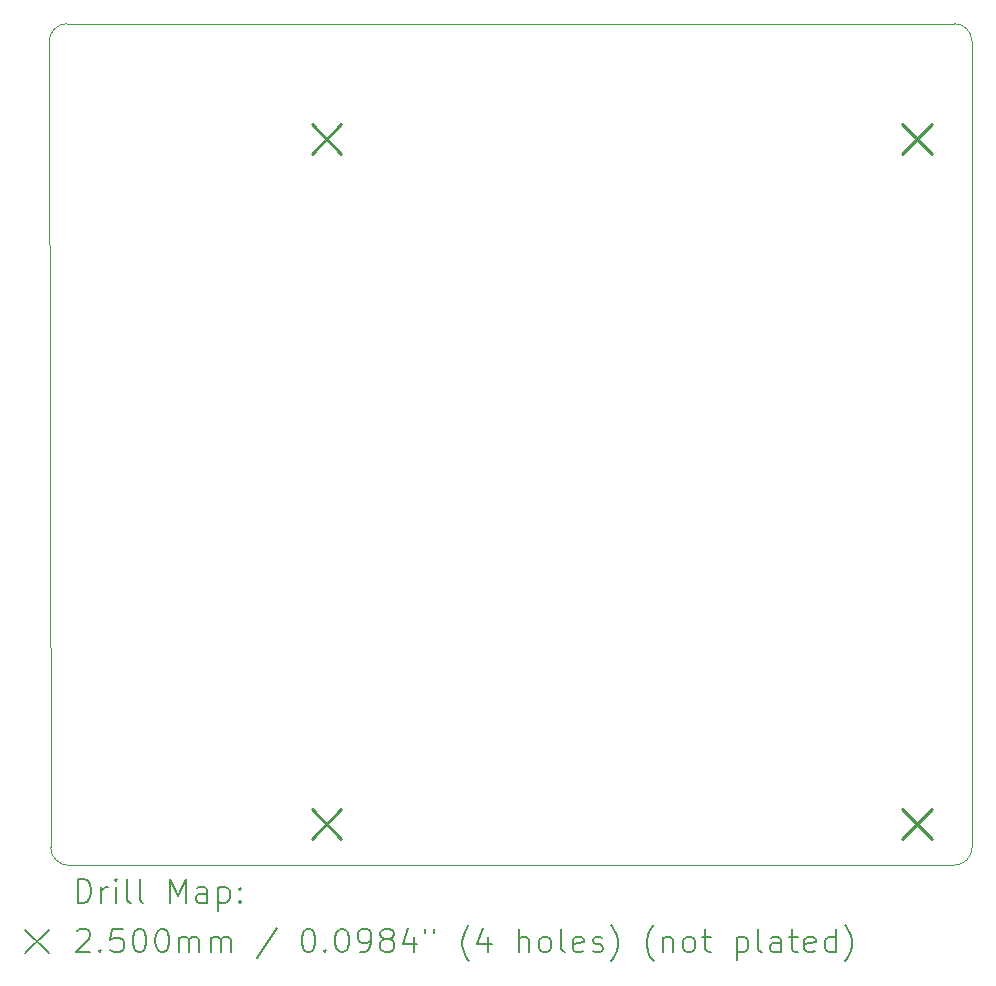
<source format=gbr>
%TF.GenerationSoftware,KiCad,Pcbnew,7.0.2-0*%
%TF.CreationDate,2024-03-04T15:55:25-05:00*%
%TF.ProjectId,Pi_HAT_V5_Simple,50695f48-4154-45f5-9635-5f53696d706c,rev?*%
%TF.SameCoordinates,Original*%
%TF.FileFunction,Drillmap*%
%TF.FilePolarity,Positive*%
%FSLAX45Y45*%
G04 Gerber Fmt 4.5, Leading zero omitted, Abs format (unit mm)*
G04 Created by KiCad (PCBNEW 7.0.2-0) date 2024-03-04 15:55:25*
%MOMM*%
%LPD*%
G01*
G04 APERTURE LIST*
%ADD10C,0.100000*%
%ADD11C,0.200000*%
%ADD12C,0.250000*%
G04 APERTURE END LIST*
D10*
X8051186Y-6475113D02*
X15562739Y-6473750D01*
X8051186Y-6475113D02*
G75*
G03*
X7900053Y-6626250I4J-151137D01*
G01*
X7913987Y-13450000D02*
X7900053Y-6626250D01*
X15564173Y-13598933D02*
G75*
G03*
X15714173Y-13448934I-3J150003D01*
G01*
X15712739Y-6623750D02*
X15714173Y-13448934D01*
X7913990Y-13450000D02*
G75*
G03*
X8063987Y-13600000I150000J0D01*
G01*
X15712740Y-6623750D02*
G75*
G03*
X15562739Y-6473750I-150000J0D01*
G01*
X15564173Y-13598934D02*
X8063987Y-13600000D01*
D11*
D12*
X10125000Y-7325000D02*
X10375000Y-7575000D01*
X10375000Y-7325000D02*
X10125000Y-7575000D01*
X10125000Y-13125000D02*
X10375000Y-13375000D01*
X10375000Y-13125000D02*
X10125000Y-13375000D01*
X15125000Y-7325000D02*
X15375000Y-7575000D01*
X15375000Y-7325000D02*
X15125000Y-7575000D01*
X15125000Y-13125000D02*
X15375000Y-13375000D01*
X15375000Y-13125000D02*
X15125000Y-13375000D01*
D11*
X8142672Y-13917524D02*
X8142672Y-13717524D01*
X8142672Y-13717524D02*
X8190291Y-13717524D01*
X8190291Y-13717524D02*
X8218862Y-13727048D01*
X8218862Y-13727048D02*
X8237910Y-13746095D01*
X8237910Y-13746095D02*
X8247434Y-13765143D01*
X8247434Y-13765143D02*
X8256958Y-13803238D01*
X8256958Y-13803238D02*
X8256958Y-13831809D01*
X8256958Y-13831809D02*
X8247434Y-13869905D01*
X8247434Y-13869905D02*
X8237910Y-13888952D01*
X8237910Y-13888952D02*
X8218862Y-13908000D01*
X8218862Y-13908000D02*
X8190291Y-13917524D01*
X8190291Y-13917524D02*
X8142672Y-13917524D01*
X8342672Y-13917524D02*
X8342672Y-13784190D01*
X8342672Y-13822286D02*
X8352196Y-13803238D01*
X8352196Y-13803238D02*
X8361720Y-13793714D01*
X8361720Y-13793714D02*
X8380767Y-13784190D01*
X8380767Y-13784190D02*
X8399815Y-13784190D01*
X8466482Y-13917524D02*
X8466482Y-13784190D01*
X8466482Y-13717524D02*
X8456958Y-13727048D01*
X8456958Y-13727048D02*
X8466482Y-13736571D01*
X8466482Y-13736571D02*
X8476005Y-13727048D01*
X8476005Y-13727048D02*
X8466482Y-13717524D01*
X8466482Y-13717524D02*
X8466482Y-13736571D01*
X8590291Y-13917524D02*
X8571243Y-13908000D01*
X8571243Y-13908000D02*
X8561720Y-13888952D01*
X8561720Y-13888952D02*
X8561720Y-13717524D01*
X8695053Y-13917524D02*
X8676005Y-13908000D01*
X8676005Y-13908000D02*
X8666482Y-13888952D01*
X8666482Y-13888952D02*
X8666482Y-13717524D01*
X8923624Y-13917524D02*
X8923624Y-13717524D01*
X8923624Y-13717524D02*
X8990291Y-13860381D01*
X8990291Y-13860381D02*
X9056958Y-13717524D01*
X9056958Y-13717524D02*
X9056958Y-13917524D01*
X9237910Y-13917524D02*
X9237910Y-13812762D01*
X9237910Y-13812762D02*
X9228386Y-13793714D01*
X9228386Y-13793714D02*
X9209339Y-13784190D01*
X9209339Y-13784190D02*
X9171243Y-13784190D01*
X9171243Y-13784190D02*
X9152196Y-13793714D01*
X9237910Y-13908000D02*
X9218863Y-13917524D01*
X9218863Y-13917524D02*
X9171243Y-13917524D01*
X9171243Y-13917524D02*
X9152196Y-13908000D01*
X9152196Y-13908000D02*
X9142672Y-13888952D01*
X9142672Y-13888952D02*
X9142672Y-13869905D01*
X9142672Y-13869905D02*
X9152196Y-13850857D01*
X9152196Y-13850857D02*
X9171243Y-13841333D01*
X9171243Y-13841333D02*
X9218863Y-13841333D01*
X9218863Y-13841333D02*
X9237910Y-13831809D01*
X9333148Y-13784190D02*
X9333148Y-13984190D01*
X9333148Y-13793714D02*
X9352196Y-13784190D01*
X9352196Y-13784190D02*
X9390291Y-13784190D01*
X9390291Y-13784190D02*
X9409339Y-13793714D01*
X9409339Y-13793714D02*
X9418863Y-13803238D01*
X9418863Y-13803238D02*
X9428386Y-13822286D01*
X9428386Y-13822286D02*
X9428386Y-13879428D01*
X9428386Y-13879428D02*
X9418863Y-13898476D01*
X9418863Y-13898476D02*
X9409339Y-13908000D01*
X9409339Y-13908000D02*
X9390291Y-13917524D01*
X9390291Y-13917524D02*
X9352196Y-13917524D01*
X9352196Y-13917524D02*
X9333148Y-13908000D01*
X9514101Y-13898476D02*
X9523624Y-13908000D01*
X9523624Y-13908000D02*
X9514101Y-13917524D01*
X9514101Y-13917524D02*
X9504577Y-13908000D01*
X9504577Y-13908000D02*
X9514101Y-13898476D01*
X9514101Y-13898476D02*
X9514101Y-13917524D01*
X9514101Y-13793714D02*
X9523624Y-13803238D01*
X9523624Y-13803238D02*
X9514101Y-13812762D01*
X9514101Y-13812762D02*
X9504577Y-13803238D01*
X9504577Y-13803238D02*
X9514101Y-13793714D01*
X9514101Y-13793714D02*
X9514101Y-13812762D01*
X7695053Y-14145000D02*
X7895053Y-14345000D01*
X7895053Y-14145000D02*
X7695053Y-14345000D01*
X8133148Y-14156571D02*
X8142672Y-14147048D01*
X8142672Y-14147048D02*
X8161720Y-14137524D01*
X8161720Y-14137524D02*
X8209339Y-14137524D01*
X8209339Y-14137524D02*
X8228386Y-14147048D01*
X8228386Y-14147048D02*
X8237910Y-14156571D01*
X8237910Y-14156571D02*
X8247434Y-14175619D01*
X8247434Y-14175619D02*
X8247434Y-14194667D01*
X8247434Y-14194667D02*
X8237910Y-14223238D01*
X8237910Y-14223238D02*
X8123624Y-14337524D01*
X8123624Y-14337524D02*
X8247434Y-14337524D01*
X8333148Y-14318476D02*
X8342672Y-14328000D01*
X8342672Y-14328000D02*
X8333148Y-14337524D01*
X8333148Y-14337524D02*
X8323624Y-14328000D01*
X8323624Y-14328000D02*
X8333148Y-14318476D01*
X8333148Y-14318476D02*
X8333148Y-14337524D01*
X8523624Y-14137524D02*
X8428386Y-14137524D01*
X8428386Y-14137524D02*
X8418863Y-14232762D01*
X8418863Y-14232762D02*
X8428386Y-14223238D01*
X8428386Y-14223238D02*
X8447434Y-14213714D01*
X8447434Y-14213714D02*
X8495053Y-14213714D01*
X8495053Y-14213714D02*
X8514101Y-14223238D01*
X8514101Y-14223238D02*
X8523624Y-14232762D01*
X8523624Y-14232762D02*
X8533148Y-14251809D01*
X8533148Y-14251809D02*
X8533148Y-14299428D01*
X8533148Y-14299428D02*
X8523624Y-14318476D01*
X8523624Y-14318476D02*
X8514101Y-14328000D01*
X8514101Y-14328000D02*
X8495053Y-14337524D01*
X8495053Y-14337524D02*
X8447434Y-14337524D01*
X8447434Y-14337524D02*
X8428386Y-14328000D01*
X8428386Y-14328000D02*
X8418863Y-14318476D01*
X8656958Y-14137524D02*
X8676005Y-14137524D01*
X8676005Y-14137524D02*
X8695053Y-14147048D01*
X8695053Y-14147048D02*
X8704577Y-14156571D01*
X8704577Y-14156571D02*
X8714101Y-14175619D01*
X8714101Y-14175619D02*
X8723624Y-14213714D01*
X8723624Y-14213714D02*
X8723624Y-14261333D01*
X8723624Y-14261333D02*
X8714101Y-14299428D01*
X8714101Y-14299428D02*
X8704577Y-14318476D01*
X8704577Y-14318476D02*
X8695053Y-14328000D01*
X8695053Y-14328000D02*
X8676005Y-14337524D01*
X8676005Y-14337524D02*
X8656958Y-14337524D01*
X8656958Y-14337524D02*
X8637910Y-14328000D01*
X8637910Y-14328000D02*
X8628386Y-14318476D01*
X8628386Y-14318476D02*
X8618863Y-14299428D01*
X8618863Y-14299428D02*
X8609339Y-14261333D01*
X8609339Y-14261333D02*
X8609339Y-14213714D01*
X8609339Y-14213714D02*
X8618863Y-14175619D01*
X8618863Y-14175619D02*
X8628386Y-14156571D01*
X8628386Y-14156571D02*
X8637910Y-14147048D01*
X8637910Y-14147048D02*
X8656958Y-14137524D01*
X8847434Y-14137524D02*
X8866482Y-14137524D01*
X8866482Y-14137524D02*
X8885529Y-14147048D01*
X8885529Y-14147048D02*
X8895053Y-14156571D01*
X8895053Y-14156571D02*
X8904577Y-14175619D01*
X8904577Y-14175619D02*
X8914101Y-14213714D01*
X8914101Y-14213714D02*
X8914101Y-14261333D01*
X8914101Y-14261333D02*
X8904577Y-14299428D01*
X8904577Y-14299428D02*
X8895053Y-14318476D01*
X8895053Y-14318476D02*
X8885529Y-14328000D01*
X8885529Y-14328000D02*
X8866482Y-14337524D01*
X8866482Y-14337524D02*
X8847434Y-14337524D01*
X8847434Y-14337524D02*
X8828386Y-14328000D01*
X8828386Y-14328000D02*
X8818863Y-14318476D01*
X8818863Y-14318476D02*
X8809339Y-14299428D01*
X8809339Y-14299428D02*
X8799815Y-14261333D01*
X8799815Y-14261333D02*
X8799815Y-14213714D01*
X8799815Y-14213714D02*
X8809339Y-14175619D01*
X8809339Y-14175619D02*
X8818863Y-14156571D01*
X8818863Y-14156571D02*
X8828386Y-14147048D01*
X8828386Y-14147048D02*
X8847434Y-14137524D01*
X8999815Y-14337524D02*
X8999815Y-14204190D01*
X8999815Y-14223238D02*
X9009339Y-14213714D01*
X9009339Y-14213714D02*
X9028386Y-14204190D01*
X9028386Y-14204190D02*
X9056958Y-14204190D01*
X9056958Y-14204190D02*
X9076005Y-14213714D01*
X9076005Y-14213714D02*
X9085529Y-14232762D01*
X9085529Y-14232762D02*
X9085529Y-14337524D01*
X9085529Y-14232762D02*
X9095053Y-14213714D01*
X9095053Y-14213714D02*
X9114101Y-14204190D01*
X9114101Y-14204190D02*
X9142672Y-14204190D01*
X9142672Y-14204190D02*
X9161720Y-14213714D01*
X9161720Y-14213714D02*
X9171244Y-14232762D01*
X9171244Y-14232762D02*
X9171244Y-14337524D01*
X9266482Y-14337524D02*
X9266482Y-14204190D01*
X9266482Y-14223238D02*
X9276005Y-14213714D01*
X9276005Y-14213714D02*
X9295053Y-14204190D01*
X9295053Y-14204190D02*
X9323625Y-14204190D01*
X9323625Y-14204190D02*
X9342672Y-14213714D01*
X9342672Y-14213714D02*
X9352196Y-14232762D01*
X9352196Y-14232762D02*
X9352196Y-14337524D01*
X9352196Y-14232762D02*
X9361720Y-14213714D01*
X9361720Y-14213714D02*
X9380767Y-14204190D01*
X9380767Y-14204190D02*
X9409339Y-14204190D01*
X9409339Y-14204190D02*
X9428386Y-14213714D01*
X9428386Y-14213714D02*
X9437910Y-14232762D01*
X9437910Y-14232762D02*
X9437910Y-14337524D01*
X9828386Y-14128000D02*
X9656958Y-14385143D01*
X10085529Y-14137524D02*
X10104577Y-14137524D01*
X10104577Y-14137524D02*
X10123625Y-14147048D01*
X10123625Y-14147048D02*
X10133148Y-14156571D01*
X10133148Y-14156571D02*
X10142672Y-14175619D01*
X10142672Y-14175619D02*
X10152196Y-14213714D01*
X10152196Y-14213714D02*
X10152196Y-14261333D01*
X10152196Y-14261333D02*
X10142672Y-14299428D01*
X10142672Y-14299428D02*
X10133148Y-14318476D01*
X10133148Y-14318476D02*
X10123625Y-14328000D01*
X10123625Y-14328000D02*
X10104577Y-14337524D01*
X10104577Y-14337524D02*
X10085529Y-14337524D01*
X10085529Y-14337524D02*
X10066482Y-14328000D01*
X10066482Y-14328000D02*
X10056958Y-14318476D01*
X10056958Y-14318476D02*
X10047434Y-14299428D01*
X10047434Y-14299428D02*
X10037910Y-14261333D01*
X10037910Y-14261333D02*
X10037910Y-14213714D01*
X10037910Y-14213714D02*
X10047434Y-14175619D01*
X10047434Y-14175619D02*
X10056958Y-14156571D01*
X10056958Y-14156571D02*
X10066482Y-14147048D01*
X10066482Y-14147048D02*
X10085529Y-14137524D01*
X10237910Y-14318476D02*
X10247434Y-14328000D01*
X10247434Y-14328000D02*
X10237910Y-14337524D01*
X10237910Y-14337524D02*
X10228387Y-14328000D01*
X10228387Y-14328000D02*
X10237910Y-14318476D01*
X10237910Y-14318476D02*
X10237910Y-14337524D01*
X10371244Y-14137524D02*
X10390291Y-14137524D01*
X10390291Y-14137524D02*
X10409339Y-14147048D01*
X10409339Y-14147048D02*
X10418863Y-14156571D01*
X10418863Y-14156571D02*
X10428387Y-14175619D01*
X10428387Y-14175619D02*
X10437910Y-14213714D01*
X10437910Y-14213714D02*
X10437910Y-14261333D01*
X10437910Y-14261333D02*
X10428387Y-14299428D01*
X10428387Y-14299428D02*
X10418863Y-14318476D01*
X10418863Y-14318476D02*
X10409339Y-14328000D01*
X10409339Y-14328000D02*
X10390291Y-14337524D01*
X10390291Y-14337524D02*
X10371244Y-14337524D01*
X10371244Y-14337524D02*
X10352196Y-14328000D01*
X10352196Y-14328000D02*
X10342672Y-14318476D01*
X10342672Y-14318476D02*
X10333148Y-14299428D01*
X10333148Y-14299428D02*
X10323625Y-14261333D01*
X10323625Y-14261333D02*
X10323625Y-14213714D01*
X10323625Y-14213714D02*
X10333148Y-14175619D01*
X10333148Y-14175619D02*
X10342672Y-14156571D01*
X10342672Y-14156571D02*
X10352196Y-14147048D01*
X10352196Y-14147048D02*
X10371244Y-14137524D01*
X10533148Y-14337524D02*
X10571244Y-14337524D01*
X10571244Y-14337524D02*
X10590291Y-14328000D01*
X10590291Y-14328000D02*
X10599815Y-14318476D01*
X10599815Y-14318476D02*
X10618863Y-14289905D01*
X10618863Y-14289905D02*
X10628387Y-14251809D01*
X10628387Y-14251809D02*
X10628387Y-14175619D01*
X10628387Y-14175619D02*
X10618863Y-14156571D01*
X10618863Y-14156571D02*
X10609339Y-14147048D01*
X10609339Y-14147048D02*
X10590291Y-14137524D01*
X10590291Y-14137524D02*
X10552196Y-14137524D01*
X10552196Y-14137524D02*
X10533148Y-14147048D01*
X10533148Y-14147048D02*
X10523625Y-14156571D01*
X10523625Y-14156571D02*
X10514101Y-14175619D01*
X10514101Y-14175619D02*
X10514101Y-14223238D01*
X10514101Y-14223238D02*
X10523625Y-14242286D01*
X10523625Y-14242286D02*
X10533148Y-14251809D01*
X10533148Y-14251809D02*
X10552196Y-14261333D01*
X10552196Y-14261333D02*
X10590291Y-14261333D01*
X10590291Y-14261333D02*
X10609339Y-14251809D01*
X10609339Y-14251809D02*
X10618863Y-14242286D01*
X10618863Y-14242286D02*
X10628387Y-14223238D01*
X10742672Y-14223238D02*
X10723625Y-14213714D01*
X10723625Y-14213714D02*
X10714101Y-14204190D01*
X10714101Y-14204190D02*
X10704577Y-14185143D01*
X10704577Y-14185143D02*
X10704577Y-14175619D01*
X10704577Y-14175619D02*
X10714101Y-14156571D01*
X10714101Y-14156571D02*
X10723625Y-14147048D01*
X10723625Y-14147048D02*
X10742672Y-14137524D01*
X10742672Y-14137524D02*
X10780768Y-14137524D01*
X10780768Y-14137524D02*
X10799815Y-14147048D01*
X10799815Y-14147048D02*
X10809339Y-14156571D01*
X10809339Y-14156571D02*
X10818863Y-14175619D01*
X10818863Y-14175619D02*
X10818863Y-14185143D01*
X10818863Y-14185143D02*
X10809339Y-14204190D01*
X10809339Y-14204190D02*
X10799815Y-14213714D01*
X10799815Y-14213714D02*
X10780768Y-14223238D01*
X10780768Y-14223238D02*
X10742672Y-14223238D01*
X10742672Y-14223238D02*
X10723625Y-14232762D01*
X10723625Y-14232762D02*
X10714101Y-14242286D01*
X10714101Y-14242286D02*
X10704577Y-14261333D01*
X10704577Y-14261333D02*
X10704577Y-14299428D01*
X10704577Y-14299428D02*
X10714101Y-14318476D01*
X10714101Y-14318476D02*
X10723625Y-14328000D01*
X10723625Y-14328000D02*
X10742672Y-14337524D01*
X10742672Y-14337524D02*
X10780768Y-14337524D01*
X10780768Y-14337524D02*
X10799815Y-14328000D01*
X10799815Y-14328000D02*
X10809339Y-14318476D01*
X10809339Y-14318476D02*
X10818863Y-14299428D01*
X10818863Y-14299428D02*
X10818863Y-14261333D01*
X10818863Y-14261333D02*
X10809339Y-14242286D01*
X10809339Y-14242286D02*
X10799815Y-14232762D01*
X10799815Y-14232762D02*
X10780768Y-14223238D01*
X10990291Y-14204190D02*
X10990291Y-14337524D01*
X10942672Y-14128000D02*
X10895053Y-14270857D01*
X10895053Y-14270857D02*
X11018863Y-14270857D01*
X11085529Y-14137524D02*
X11085529Y-14175619D01*
X11161720Y-14137524D02*
X11161720Y-14175619D01*
X11456958Y-14413714D02*
X11447434Y-14404190D01*
X11447434Y-14404190D02*
X11428387Y-14375619D01*
X11428387Y-14375619D02*
X11418863Y-14356571D01*
X11418863Y-14356571D02*
X11409339Y-14328000D01*
X11409339Y-14328000D02*
X11399815Y-14280381D01*
X11399815Y-14280381D02*
X11399815Y-14242286D01*
X11399815Y-14242286D02*
X11409339Y-14194667D01*
X11409339Y-14194667D02*
X11418863Y-14166095D01*
X11418863Y-14166095D02*
X11428387Y-14147048D01*
X11428387Y-14147048D02*
X11447434Y-14118476D01*
X11447434Y-14118476D02*
X11456958Y-14108952D01*
X11618863Y-14204190D02*
X11618863Y-14337524D01*
X11571244Y-14128000D02*
X11523625Y-14270857D01*
X11523625Y-14270857D02*
X11647434Y-14270857D01*
X11876006Y-14337524D02*
X11876006Y-14137524D01*
X11961720Y-14337524D02*
X11961720Y-14232762D01*
X11961720Y-14232762D02*
X11952196Y-14213714D01*
X11952196Y-14213714D02*
X11933149Y-14204190D01*
X11933149Y-14204190D02*
X11904577Y-14204190D01*
X11904577Y-14204190D02*
X11885529Y-14213714D01*
X11885529Y-14213714D02*
X11876006Y-14223238D01*
X12085529Y-14337524D02*
X12066482Y-14328000D01*
X12066482Y-14328000D02*
X12056958Y-14318476D01*
X12056958Y-14318476D02*
X12047434Y-14299428D01*
X12047434Y-14299428D02*
X12047434Y-14242286D01*
X12047434Y-14242286D02*
X12056958Y-14223238D01*
X12056958Y-14223238D02*
X12066482Y-14213714D01*
X12066482Y-14213714D02*
X12085529Y-14204190D01*
X12085529Y-14204190D02*
X12114101Y-14204190D01*
X12114101Y-14204190D02*
X12133149Y-14213714D01*
X12133149Y-14213714D02*
X12142672Y-14223238D01*
X12142672Y-14223238D02*
X12152196Y-14242286D01*
X12152196Y-14242286D02*
X12152196Y-14299428D01*
X12152196Y-14299428D02*
X12142672Y-14318476D01*
X12142672Y-14318476D02*
X12133149Y-14328000D01*
X12133149Y-14328000D02*
X12114101Y-14337524D01*
X12114101Y-14337524D02*
X12085529Y-14337524D01*
X12266482Y-14337524D02*
X12247434Y-14328000D01*
X12247434Y-14328000D02*
X12237910Y-14308952D01*
X12237910Y-14308952D02*
X12237910Y-14137524D01*
X12418863Y-14328000D02*
X12399815Y-14337524D01*
X12399815Y-14337524D02*
X12361720Y-14337524D01*
X12361720Y-14337524D02*
X12342672Y-14328000D01*
X12342672Y-14328000D02*
X12333149Y-14308952D01*
X12333149Y-14308952D02*
X12333149Y-14232762D01*
X12333149Y-14232762D02*
X12342672Y-14213714D01*
X12342672Y-14213714D02*
X12361720Y-14204190D01*
X12361720Y-14204190D02*
X12399815Y-14204190D01*
X12399815Y-14204190D02*
X12418863Y-14213714D01*
X12418863Y-14213714D02*
X12428387Y-14232762D01*
X12428387Y-14232762D02*
X12428387Y-14251809D01*
X12428387Y-14251809D02*
X12333149Y-14270857D01*
X12504577Y-14328000D02*
X12523625Y-14337524D01*
X12523625Y-14337524D02*
X12561720Y-14337524D01*
X12561720Y-14337524D02*
X12580768Y-14328000D01*
X12580768Y-14328000D02*
X12590291Y-14308952D01*
X12590291Y-14308952D02*
X12590291Y-14299428D01*
X12590291Y-14299428D02*
X12580768Y-14280381D01*
X12580768Y-14280381D02*
X12561720Y-14270857D01*
X12561720Y-14270857D02*
X12533149Y-14270857D01*
X12533149Y-14270857D02*
X12514101Y-14261333D01*
X12514101Y-14261333D02*
X12504577Y-14242286D01*
X12504577Y-14242286D02*
X12504577Y-14232762D01*
X12504577Y-14232762D02*
X12514101Y-14213714D01*
X12514101Y-14213714D02*
X12533149Y-14204190D01*
X12533149Y-14204190D02*
X12561720Y-14204190D01*
X12561720Y-14204190D02*
X12580768Y-14213714D01*
X12656958Y-14413714D02*
X12666482Y-14404190D01*
X12666482Y-14404190D02*
X12685530Y-14375619D01*
X12685530Y-14375619D02*
X12695053Y-14356571D01*
X12695053Y-14356571D02*
X12704577Y-14328000D01*
X12704577Y-14328000D02*
X12714101Y-14280381D01*
X12714101Y-14280381D02*
X12714101Y-14242286D01*
X12714101Y-14242286D02*
X12704577Y-14194667D01*
X12704577Y-14194667D02*
X12695053Y-14166095D01*
X12695053Y-14166095D02*
X12685530Y-14147048D01*
X12685530Y-14147048D02*
X12666482Y-14118476D01*
X12666482Y-14118476D02*
X12656958Y-14108952D01*
X13018863Y-14413714D02*
X13009339Y-14404190D01*
X13009339Y-14404190D02*
X12990291Y-14375619D01*
X12990291Y-14375619D02*
X12980768Y-14356571D01*
X12980768Y-14356571D02*
X12971244Y-14328000D01*
X12971244Y-14328000D02*
X12961720Y-14280381D01*
X12961720Y-14280381D02*
X12961720Y-14242286D01*
X12961720Y-14242286D02*
X12971244Y-14194667D01*
X12971244Y-14194667D02*
X12980768Y-14166095D01*
X12980768Y-14166095D02*
X12990291Y-14147048D01*
X12990291Y-14147048D02*
X13009339Y-14118476D01*
X13009339Y-14118476D02*
X13018863Y-14108952D01*
X13095053Y-14204190D02*
X13095053Y-14337524D01*
X13095053Y-14223238D02*
X13104577Y-14213714D01*
X13104577Y-14213714D02*
X13123625Y-14204190D01*
X13123625Y-14204190D02*
X13152196Y-14204190D01*
X13152196Y-14204190D02*
X13171244Y-14213714D01*
X13171244Y-14213714D02*
X13180768Y-14232762D01*
X13180768Y-14232762D02*
X13180768Y-14337524D01*
X13304577Y-14337524D02*
X13285530Y-14328000D01*
X13285530Y-14328000D02*
X13276006Y-14318476D01*
X13276006Y-14318476D02*
X13266482Y-14299428D01*
X13266482Y-14299428D02*
X13266482Y-14242286D01*
X13266482Y-14242286D02*
X13276006Y-14223238D01*
X13276006Y-14223238D02*
X13285530Y-14213714D01*
X13285530Y-14213714D02*
X13304577Y-14204190D01*
X13304577Y-14204190D02*
X13333149Y-14204190D01*
X13333149Y-14204190D02*
X13352196Y-14213714D01*
X13352196Y-14213714D02*
X13361720Y-14223238D01*
X13361720Y-14223238D02*
X13371244Y-14242286D01*
X13371244Y-14242286D02*
X13371244Y-14299428D01*
X13371244Y-14299428D02*
X13361720Y-14318476D01*
X13361720Y-14318476D02*
X13352196Y-14328000D01*
X13352196Y-14328000D02*
X13333149Y-14337524D01*
X13333149Y-14337524D02*
X13304577Y-14337524D01*
X13428387Y-14204190D02*
X13504577Y-14204190D01*
X13456958Y-14137524D02*
X13456958Y-14308952D01*
X13456958Y-14308952D02*
X13466482Y-14328000D01*
X13466482Y-14328000D02*
X13485530Y-14337524D01*
X13485530Y-14337524D02*
X13504577Y-14337524D01*
X13723625Y-14204190D02*
X13723625Y-14404190D01*
X13723625Y-14213714D02*
X13742672Y-14204190D01*
X13742672Y-14204190D02*
X13780768Y-14204190D01*
X13780768Y-14204190D02*
X13799815Y-14213714D01*
X13799815Y-14213714D02*
X13809339Y-14223238D01*
X13809339Y-14223238D02*
X13818863Y-14242286D01*
X13818863Y-14242286D02*
X13818863Y-14299428D01*
X13818863Y-14299428D02*
X13809339Y-14318476D01*
X13809339Y-14318476D02*
X13799815Y-14328000D01*
X13799815Y-14328000D02*
X13780768Y-14337524D01*
X13780768Y-14337524D02*
X13742672Y-14337524D01*
X13742672Y-14337524D02*
X13723625Y-14328000D01*
X13933149Y-14337524D02*
X13914101Y-14328000D01*
X13914101Y-14328000D02*
X13904577Y-14308952D01*
X13904577Y-14308952D02*
X13904577Y-14137524D01*
X14095053Y-14337524D02*
X14095053Y-14232762D01*
X14095053Y-14232762D02*
X14085530Y-14213714D01*
X14085530Y-14213714D02*
X14066482Y-14204190D01*
X14066482Y-14204190D02*
X14028387Y-14204190D01*
X14028387Y-14204190D02*
X14009339Y-14213714D01*
X14095053Y-14328000D02*
X14076006Y-14337524D01*
X14076006Y-14337524D02*
X14028387Y-14337524D01*
X14028387Y-14337524D02*
X14009339Y-14328000D01*
X14009339Y-14328000D02*
X13999815Y-14308952D01*
X13999815Y-14308952D02*
X13999815Y-14289905D01*
X13999815Y-14289905D02*
X14009339Y-14270857D01*
X14009339Y-14270857D02*
X14028387Y-14261333D01*
X14028387Y-14261333D02*
X14076006Y-14261333D01*
X14076006Y-14261333D02*
X14095053Y-14251809D01*
X14161720Y-14204190D02*
X14237911Y-14204190D01*
X14190292Y-14137524D02*
X14190292Y-14308952D01*
X14190292Y-14308952D02*
X14199815Y-14328000D01*
X14199815Y-14328000D02*
X14218863Y-14337524D01*
X14218863Y-14337524D02*
X14237911Y-14337524D01*
X14380768Y-14328000D02*
X14361720Y-14337524D01*
X14361720Y-14337524D02*
X14323625Y-14337524D01*
X14323625Y-14337524D02*
X14304577Y-14328000D01*
X14304577Y-14328000D02*
X14295053Y-14308952D01*
X14295053Y-14308952D02*
X14295053Y-14232762D01*
X14295053Y-14232762D02*
X14304577Y-14213714D01*
X14304577Y-14213714D02*
X14323625Y-14204190D01*
X14323625Y-14204190D02*
X14361720Y-14204190D01*
X14361720Y-14204190D02*
X14380768Y-14213714D01*
X14380768Y-14213714D02*
X14390292Y-14232762D01*
X14390292Y-14232762D02*
X14390292Y-14251809D01*
X14390292Y-14251809D02*
X14295053Y-14270857D01*
X14561720Y-14337524D02*
X14561720Y-14137524D01*
X14561720Y-14328000D02*
X14542673Y-14337524D01*
X14542673Y-14337524D02*
X14504577Y-14337524D01*
X14504577Y-14337524D02*
X14485530Y-14328000D01*
X14485530Y-14328000D02*
X14476006Y-14318476D01*
X14476006Y-14318476D02*
X14466482Y-14299428D01*
X14466482Y-14299428D02*
X14466482Y-14242286D01*
X14466482Y-14242286D02*
X14476006Y-14223238D01*
X14476006Y-14223238D02*
X14485530Y-14213714D01*
X14485530Y-14213714D02*
X14504577Y-14204190D01*
X14504577Y-14204190D02*
X14542673Y-14204190D01*
X14542673Y-14204190D02*
X14561720Y-14213714D01*
X14637911Y-14413714D02*
X14647434Y-14404190D01*
X14647434Y-14404190D02*
X14666482Y-14375619D01*
X14666482Y-14375619D02*
X14676006Y-14356571D01*
X14676006Y-14356571D02*
X14685530Y-14328000D01*
X14685530Y-14328000D02*
X14695053Y-14280381D01*
X14695053Y-14280381D02*
X14695053Y-14242286D01*
X14695053Y-14242286D02*
X14685530Y-14194667D01*
X14685530Y-14194667D02*
X14676006Y-14166095D01*
X14676006Y-14166095D02*
X14666482Y-14147048D01*
X14666482Y-14147048D02*
X14647434Y-14118476D01*
X14647434Y-14118476D02*
X14637911Y-14108952D01*
M02*

</source>
